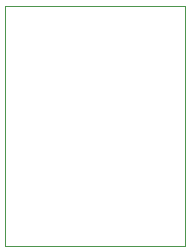
<source format=gbr>
%TF.GenerationSoftware,Altium Limited,Altium Designer,20.1.11 (218)*%
G04 Layer_Color=0*
%FSLAX45Y45*%
%MOMM*%
%TF.SameCoordinates,8684D80F-3192-4470-AB3D-773AF577FA96*%
%TF.FilePolarity,Positive*%
%TF.FileFunction,Profile,NP*%
%TF.Part,Single*%
G01*
G75*
%TA.AperFunction,Profile*%
%ADD39C,0.02540*%
D39*
X0Y0D02*
Y2032000D01*
X1524000D01*
Y0D01*
X0D01*
%TF.MD5,9a379f02e07b437c2007f6b620eeab90*%
M02*

</source>
